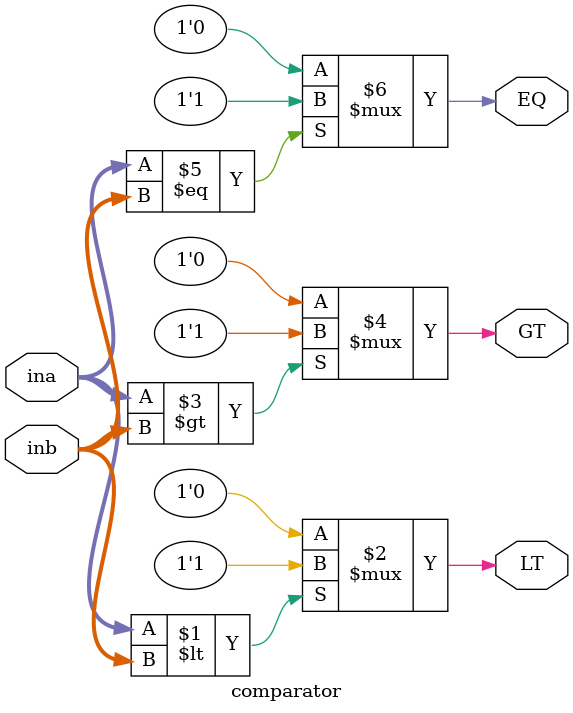
<source format=v>
module comparator(ina,inb,LT,GT,EQ);
    input [3:0] ina;
    input [3:0] inb;
    output LT;
    output GT;
    output EQ;

    assign LT = (ina < inb) ? 1'b1 : 1'b0;
    assign GT = (ina > inb) ? 1'b1 : 1'b0;
    assign EQ = (ina == inb) ? 1'b1 : 1'b0;
    
endmodule
</source>
